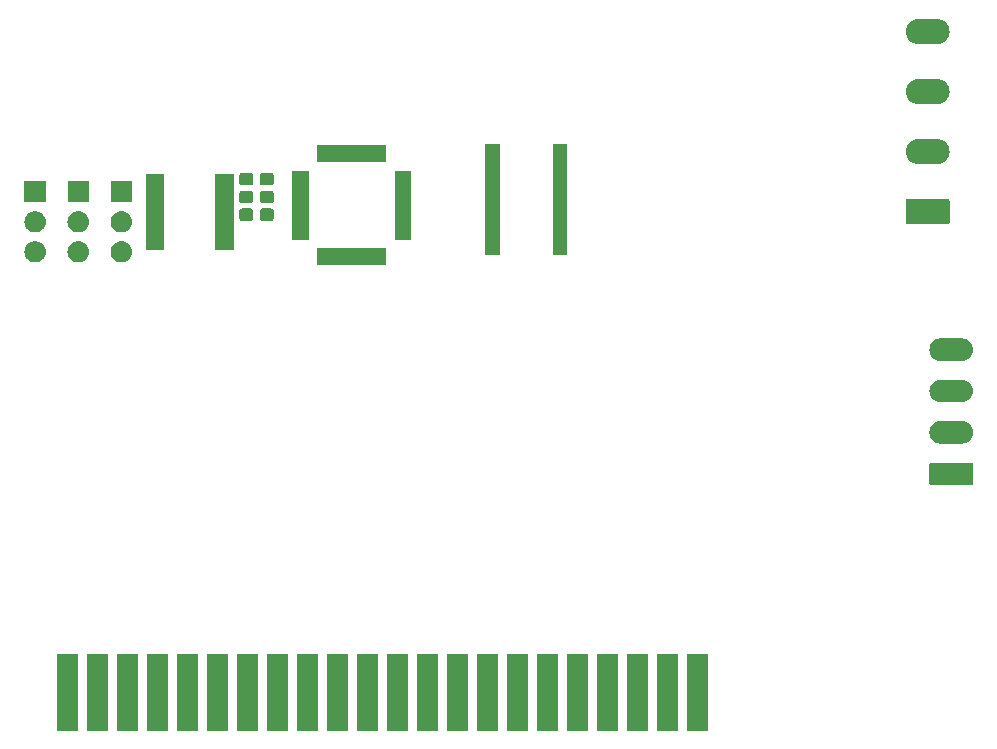
<source format=gbr>
G04 #@! TF.GenerationSoftware,KiCad,Pcbnew,5.0.2-bee76a0~70~ubuntu18.04.1*
G04 #@! TF.CreationDate,2019-10-20T22:12:44-04:00*
G04 #@! TF.ProjectId,Stepper Driver Card,53746570-7065-4722-9044-726976657220,rev?*
G04 #@! TF.SameCoordinates,Original*
G04 #@! TF.FileFunction,Soldermask,Top*
G04 #@! TF.FilePolarity,Negative*
%FSLAX46Y46*%
G04 Gerber Fmt 4.6, Leading zero omitted, Abs format (unit mm)*
G04 Created by KiCad (PCBNEW 5.0.2-bee76a0~70~ubuntu18.04.1) date Sun 20 Oct 2019 10:12:44 PM EDT*
%MOMM*%
%LPD*%
G01*
G04 APERTURE LIST*
%ADD10C,0.100000*%
G04 APERTURE END LIST*
D10*
G36*
X129146500Y-120345400D02*
X127393500Y-120345400D01*
X127393500Y-113893400D01*
X129146500Y-113893400D01*
X129146500Y-120345400D01*
X129146500Y-120345400D01*
G37*
G36*
X131686500Y-120345400D02*
X129933500Y-120345400D01*
X129933500Y-113893400D01*
X131686500Y-113893400D01*
X131686500Y-120345400D01*
X131686500Y-120345400D01*
G37*
G36*
X108826500Y-120345400D02*
X107073500Y-120345400D01*
X107073500Y-113893400D01*
X108826500Y-113893400D01*
X108826500Y-120345400D01*
X108826500Y-120345400D01*
G37*
G36*
X111366500Y-120345400D02*
X109613500Y-120345400D01*
X109613500Y-113893400D01*
X111366500Y-113893400D01*
X111366500Y-120345400D01*
X111366500Y-120345400D01*
G37*
G36*
X113906500Y-120345400D02*
X112153500Y-120345400D01*
X112153500Y-113893400D01*
X113906500Y-113893400D01*
X113906500Y-120345400D01*
X113906500Y-120345400D01*
G37*
G36*
X116446500Y-120345400D02*
X114693500Y-120345400D01*
X114693500Y-113893400D01*
X116446500Y-113893400D01*
X116446500Y-120345400D01*
X116446500Y-120345400D01*
G37*
G36*
X118986500Y-120345400D02*
X117233500Y-120345400D01*
X117233500Y-113893400D01*
X118986500Y-113893400D01*
X118986500Y-120345400D01*
X118986500Y-120345400D01*
G37*
G36*
X121526500Y-120345400D02*
X119773500Y-120345400D01*
X119773500Y-113893400D01*
X121526500Y-113893400D01*
X121526500Y-120345400D01*
X121526500Y-120345400D01*
G37*
G36*
X124066500Y-120345400D02*
X122313500Y-120345400D01*
X122313500Y-113893400D01*
X124066500Y-113893400D01*
X124066500Y-120345400D01*
X124066500Y-120345400D01*
G37*
G36*
X126606500Y-120345400D02*
X124853500Y-120345400D01*
X124853500Y-113893400D01*
X126606500Y-113893400D01*
X126606500Y-120345400D01*
X126606500Y-120345400D01*
G37*
G36*
X146926500Y-120345400D02*
X145173500Y-120345400D01*
X145173500Y-113893400D01*
X146926500Y-113893400D01*
X146926500Y-120345400D01*
X146926500Y-120345400D01*
G37*
G36*
X134226500Y-120345400D02*
X132473500Y-120345400D01*
X132473500Y-113893400D01*
X134226500Y-113893400D01*
X134226500Y-120345400D01*
X134226500Y-120345400D01*
G37*
G36*
X136766500Y-120345400D02*
X135013500Y-120345400D01*
X135013500Y-113893400D01*
X136766500Y-113893400D01*
X136766500Y-120345400D01*
X136766500Y-120345400D01*
G37*
G36*
X139306500Y-120345400D02*
X137553500Y-120345400D01*
X137553500Y-113893400D01*
X139306500Y-113893400D01*
X139306500Y-120345400D01*
X139306500Y-120345400D01*
G37*
G36*
X141846500Y-120345400D02*
X140093500Y-120345400D01*
X140093500Y-113893400D01*
X141846500Y-113893400D01*
X141846500Y-120345400D01*
X141846500Y-120345400D01*
G37*
G36*
X144386500Y-120345400D02*
X142633500Y-120345400D01*
X142633500Y-113893400D01*
X144386500Y-113893400D01*
X144386500Y-120345400D01*
X144386500Y-120345400D01*
G37*
G36*
X149466500Y-120345400D02*
X147713500Y-120345400D01*
X147713500Y-113893400D01*
X149466500Y-113893400D01*
X149466500Y-120345400D01*
X149466500Y-120345400D01*
G37*
G36*
X152006500Y-120345400D02*
X150253500Y-120345400D01*
X150253500Y-113893400D01*
X152006500Y-113893400D01*
X152006500Y-120345400D01*
X152006500Y-120345400D01*
G37*
G36*
X154546500Y-120345400D02*
X152793500Y-120345400D01*
X152793500Y-113893400D01*
X154546500Y-113893400D01*
X154546500Y-120345400D01*
X154546500Y-120345400D01*
G37*
G36*
X157086500Y-120345400D02*
X155333500Y-120345400D01*
X155333500Y-113893400D01*
X157086500Y-113893400D01*
X157086500Y-120345400D01*
X157086500Y-120345400D01*
G37*
G36*
X159626500Y-120345400D02*
X157873500Y-120345400D01*
X157873500Y-113893400D01*
X159626500Y-113893400D01*
X159626500Y-120345400D01*
X159626500Y-120345400D01*
G37*
G36*
X162166500Y-120345400D02*
X160413500Y-120345400D01*
X160413500Y-113893400D01*
X162166500Y-113893400D01*
X162166500Y-120345400D01*
X162166500Y-120345400D01*
G37*
G36*
X184510918Y-97652934D02*
X184543424Y-97662795D01*
X184573383Y-97678808D01*
X184599641Y-97700359D01*
X184621192Y-97726617D01*
X184637205Y-97756576D01*
X184647066Y-97789082D01*
X184651000Y-97829029D01*
X184651000Y-99370971D01*
X184647066Y-99410918D01*
X184637205Y-99443424D01*
X184621192Y-99473383D01*
X184599641Y-99499641D01*
X184573383Y-99521192D01*
X184543424Y-99537205D01*
X184510918Y-99547066D01*
X184470971Y-99551000D01*
X181129029Y-99551000D01*
X181089082Y-99547066D01*
X181056576Y-99537205D01*
X181026617Y-99521192D01*
X181000359Y-99499641D01*
X180978808Y-99473383D01*
X180962795Y-99443424D01*
X180952934Y-99410918D01*
X180949000Y-99370971D01*
X180949000Y-97829029D01*
X180952934Y-97789082D01*
X180962795Y-97756576D01*
X180978808Y-97726617D01*
X181000359Y-97700359D01*
X181026617Y-97678808D01*
X181056576Y-97662795D01*
X181089082Y-97652934D01*
X181129029Y-97649000D01*
X184470971Y-97649000D01*
X184510918Y-97652934D01*
X184510918Y-97652934D01*
G37*
G36*
X183886425Y-94162760D02*
X183886428Y-94162761D01*
X183886429Y-94162761D01*
X184065693Y-94217140D01*
X184065695Y-94217141D01*
X184230905Y-94305448D01*
X184375712Y-94424288D01*
X184494552Y-94569095D01*
X184582859Y-94734305D01*
X184637240Y-94913575D01*
X184655601Y-95100000D01*
X184637240Y-95286425D01*
X184582859Y-95465695D01*
X184494552Y-95630905D01*
X184375712Y-95775712D01*
X184230905Y-95894552D01*
X184230903Y-95894553D01*
X184065693Y-95982860D01*
X183886429Y-96037239D01*
X183886428Y-96037239D01*
X183886425Y-96037240D01*
X183746718Y-96051000D01*
X181853282Y-96051000D01*
X181713575Y-96037240D01*
X181713572Y-96037239D01*
X181713571Y-96037239D01*
X181534307Y-95982860D01*
X181369097Y-95894553D01*
X181369095Y-95894552D01*
X181224288Y-95775712D01*
X181105448Y-95630905D01*
X181017141Y-95465695D01*
X180962760Y-95286425D01*
X180944399Y-95100000D01*
X180962760Y-94913575D01*
X181017141Y-94734305D01*
X181105448Y-94569095D01*
X181224288Y-94424288D01*
X181369095Y-94305448D01*
X181534305Y-94217141D01*
X181534307Y-94217140D01*
X181713571Y-94162761D01*
X181713572Y-94162761D01*
X181713575Y-94162760D01*
X181853282Y-94149000D01*
X183746718Y-94149000D01*
X183886425Y-94162760D01*
X183886425Y-94162760D01*
G37*
G36*
X183886425Y-90662760D02*
X183886428Y-90662761D01*
X183886429Y-90662761D01*
X184065693Y-90717140D01*
X184065695Y-90717141D01*
X184230905Y-90805448D01*
X184375712Y-90924288D01*
X184494552Y-91069095D01*
X184582859Y-91234305D01*
X184637240Y-91413575D01*
X184655601Y-91600000D01*
X184637240Y-91786425D01*
X184582859Y-91965695D01*
X184494552Y-92130905D01*
X184375712Y-92275712D01*
X184230905Y-92394552D01*
X184230903Y-92394553D01*
X184065693Y-92482860D01*
X183886429Y-92537239D01*
X183886428Y-92537239D01*
X183886425Y-92537240D01*
X183746718Y-92551000D01*
X181853282Y-92551000D01*
X181713575Y-92537240D01*
X181713572Y-92537239D01*
X181713571Y-92537239D01*
X181534307Y-92482860D01*
X181369097Y-92394553D01*
X181369095Y-92394552D01*
X181224288Y-92275712D01*
X181105448Y-92130905D01*
X181017141Y-91965695D01*
X180962760Y-91786425D01*
X180944399Y-91600000D01*
X180962760Y-91413575D01*
X181017141Y-91234305D01*
X181105448Y-91069095D01*
X181224288Y-90924288D01*
X181369095Y-90805448D01*
X181534305Y-90717141D01*
X181534307Y-90717140D01*
X181713571Y-90662761D01*
X181713572Y-90662761D01*
X181713575Y-90662760D01*
X181853282Y-90649000D01*
X183746718Y-90649000D01*
X183886425Y-90662760D01*
X183886425Y-90662760D01*
G37*
G36*
X183886425Y-87162760D02*
X183886428Y-87162761D01*
X183886429Y-87162761D01*
X184065693Y-87217140D01*
X184065695Y-87217141D01*
X184230905Y-87305448D01*
X184375712Y-87424288D01*
X184494552Y-87569095D01*
X184582859Y-87734305D01*
X184637240Y-87913575D01*
X184655601Y-88100000D01*
X184637240Y-88286425D01*
X184582859Y-88465695D01*
X184494552Y-88630905D01*
X184375712Y-88775712D01*
X184230905Y-88894552D01*
X184230903Y-88894553D01*
X184065693Y-88982860D01*
X183886429Y-89037239D01*
X183886428Y-89037239D01*
X183886425Y-89037240D01*
X183746718Y-89051000D01*
X181853282Y-89051000D01*
X181713575Y-89037240D01*
X181713572Y-89037239D01*
X181713571Y-89037239D01*
X181534307Y-88982860D01*
X181369097Y-88894553D01*
X181369095Y-88894552D01*
X181224288Y-88775712D01*
X181105448Y-88630905D01*
X181017141Y-88465695D01*
X180962760Y-88286425D01*
X180944399Y-88100000D01*
X180962760Y-87913575D01*
X181017141Y-87734305D01*
X181105448Y-87569095D01*
X181224288Y-87424288D01*
X181369095Y-87305448D01*
X181534305Y-87217141D01*
X181534307Y-87217140D01*
X181713571Y-87162761D01*
X181713572Y-87162761D01*
X181713575Y-87162760D01*
X181853282Y-87149000D01*
X183746718Y-87149000D01*
X183886425Y-87162760D01*
X183886425Y-87162760D01*
G37*
G36*
X134971001Y-80906001D02*
X129119001Y-80906001D01*
X129119001Y-79504001D01*
X134971001Y-79504001D01*
X134971001Y-80906001D01*
X134971001Y-80906001D01*
G37*
G36*
X108985444Y-78900520D02*
X109051628Y-78907038D01*
X109164854Y-78941385D01*
X109221468Y-78958558D01*
X109360088Y-79032653D01*
X109377992Y-79042223D01*
X109413730Y-79071553D01*
X109515187Y-79154815D01*
X109598449Y-79256272D01*
X109627779Y-79292010D01*
X109627780Y-79292012D01*
X109711444Y-79448534D01*
X109711444Y-79448535D01*
X109762964Y-79618374D01*
X109780360Y-79795001D01*
X109762964Y-79971628D01*
X109728617Y-80084854D01*
X109711444Y-80141468D01*
X109637349Y-80280088D01*
X109627779Y-80297992D01*
X109598449Y-80333730D01*
X109515187Y-80435187D01*
X109413730Y-80518449D01*
X109377992Y-80547779D01*
X109377990Y-80547780D01*
X109221468Y-80631444D01*
X109164854Y-80648617D01*
X109051628Y-80682964D01*
X108985443Y-80689483D01*
X108919261Y-80696001D01*
X108830741Y-80696001D01*
X108764559Y-80689483D01*
X108698374Y-80682964D01*
X108585148Y-80648617D01*
X108528534Y-80631444D01*
X108372012Y-80547780D01*
X108372010Y-80547779D01*
X108336272Y-80518449D01*
X108234815Y-80435187D01*
X108151553Y-80333730D01*
X108122223Y-80297992D01*
X108112653Y-80280088D01*
X108038558Y-80141468D01*
X108021385Y-80084854D01*
X107987038Y-79971628D01*
X107969642Y-79795001D01*
X107987038Y-79618374D01*
X108038558Y-79448535D01*
X108038558Y-79448534D01*
X108122222Y-79292012D01*
X108122223Y-79292010D01*
X108151553Y-79256272D01*
X108234815Y-79154815D01*
X108336272Y-79071553D01*
X108372010Y-79042223D01*
X108389914Y-79032653D01*
X108528534Y-78958558D01*
X108585148Y-78941385D01*
X108698374Y-78907038D01*
X108764558Y-78900520D01*
X108830741Y-78894001D01*
X108919261Y-78894001D01*
X108985444Y-78900520D01*
X108985444Y-78900520D01*
G37*
G36*
X105335444Y-78900520D02*
X105401628Y-78907038D01*
X105514854Y-78941385D01*
X105571468Y-78958558D01*
X105710088Y-79032653D01*
X105727992Y-79042223D01*
X105763730Y-79071553D01*
X105865187Y-79154815D01*
X105948449Y-79256272D01*
X105977779Y-79292010D01*
X105977780Y-79292012D01*
X106061444Y-79448534D01*
X106061444Y-79448535D01*
X106112964Y-79618374D01*
X106130360Y-79795001D01*
X106112964Y-79971628D01*
X106078617Y-80084854D01*
X106061444Y-80141468D01*
X105987349Y-80280088D01*
X105977779Y-80297992D01*
X105948449Y-80333730D01*
X105865187Y-80435187D01*
X105763730Y-80518449D01*
X105727992Y-80547779D01*
X105727990Y-80547780D01*
X105571468Y-80631444D01*
X105514854Y-80648617D01*
X105401628Y-80682964D01*
X105335443Y-80689483D01*
X105269261Y-80696001D01*
X105180741Y-80696001D01*
X105114559Y-80689483D01*
X105048374Y-80682964D01*
X104935148Y-80648617D01*
X104878534Y-80631444D01*
X104722012Y-80547780D01*
X104722010Y-80547779D01*
X104686272Y-80518449D01*
X104584815Y-80435187D01*
X104501553Y-80333730D01*
X104472223Y-80297992D01*
X104462653Y-80280088D01*
X104388558Y-80141468D01*
X104371385Y-80084854D01*
X104337038Y-79971628D01*
X104319642Y-79795001D01*
X104337038Y-79618374D01*
X104388558Y-79448535D01*
X104388558Y-79448534D01*
X104472222Y-79292012D01*
X104472223Y-79292010D01*
X104501553Y-79256272D01*
X104584815Y-79154815D01*
X104686272Y-79071553D01*
X104722010Y-79042223D01*
X104739914Y-79032653D01*
X104878534Y-78958558D01*
X104935148Y-78941385D01*
X105048374Y-78907038D01*
X105114558Y-78900520D01*
X105180741Y-78894001D01*
X105269261Y-78894001D01*
X105335444Y-78900520D01*
X105335444Y-78900520D01*
G37*
G36*
X112635444Y-78900520D02*
X112701628Y-78907038D01*
X112814854Y-78941385D01*
X112871468Y-78958558D01*
X113010088Y-79032653D01*
X113027992Y-79042223D01*
X113063730Y-79071553D01*
X113165187Y-79154815D01*
X113248449Y-79256272D01*
X113277779Y-79292010D01*
X113277780Y-79292012D01*
X113361444Y-79448534D01*
X113361444Y-79448535D01*
X113412964Y-79618374D01*
X113430360Y-79795001D01*
X113412964Y-79971628D01*
X113378617Y-80084854D01*
X113361444Y-80141468D01*
X113287349Y-80280088D01*
X113277779Y-80297992D01*
X113248449Y-80333730D01*
X113165187Y-80435187D01*
X113063730Y-80518449D01*
X113027992Y-80547779D01*
X113027990Y-80547780D01*
X112871468Y-80631444D01*
X112814854Y-80648617D01*
X112701628Y-80682964D01*
X112635443Y-80689483D01*
X112569261Y-80696001D01*
X112480741Y-80696001D01*
X112414559Y-80689483D01*
X112348374Y-80682964D01*
X112235148Y-80648617D01*
X112178534Y-80631444D01*
X112022012Y-80547780D01*
X112022010Y-80547779D01*
X111986272Y-80518449D01*
X111884815Y-80435187D01*
X111801553Y-80333730D01*
X111772223Y-80297992D01*
X111762653Y-80280088D01*
X111688558Y-80141468D01*
X111671385Y-80084854D01*
X111637038Y-79971628D01*
X111619642Y-79795001D01*
X111637038Y-79618374D01*
X111688558Y-79448535D01*
X111688558Y-79448534D01*
X111772222Y-79292012D01*
X111772223Y-79292010D01*
X111801553Y-79256272D01*
X111884815Y-79154815D01*
X111986272Y-79071553D01*
X112022010Y-79042223D01*
X112039914Y-79032653D01*
X112178534Y-78958558D01*
X112235148Y-78941385D01*
X112348374Y-78907038D01*
X112414558Y-78900520D01*
X112480741Y-78894001D01*
X112569261Y-78894001D01*
X112635444Y-78900520D01*
X112635444Y-78900520D01*
G37*
G36*
X150251000Y-80093500D02*
X149049000Y-80093500D01*
X149049000Y-70706500D01*
X150251000Y-70706500D01*
X150251000Y-80093500D01*
X150251000Y-80093500D01*
G37*
G36*
X144551000Y-80093500D02*
X143349000Y-80093500D01*
X143349000Y-70706500D01*
X144551000Y-70706500D01*
X144551000Y-80093500D01*
X144551000Y-80093500D01*
G37*
G36*
X116151001Y-79666001D02*
X114599001Y-79666001D01*
X114599001Y-73264001D01*
X116151001Y-73264001D01*
X116151001Y-79666001D01*
X116151001Y-79666001D01*
G37*
G36*
X122051001Y-79666001D02*
X120499001Y-79666001D01*
X120499001Y-73264001D01*
X122051001Y-73264001D01*
X122051001Y-79666001D01*
X122051001Y-79666001D01*
G37*
G36*
X128396001Y-78781001D02*
X126994001Y-78781001D01*
X126994001Y-72929001D01*
X128396001Y-72929001D01*
X128396001Y-78781001D01*
X128396001Y-78781001D01*
G37*
G36*
X137096001Y-78781001D02*
X135694001Y-78781001D01*
X135694001Y-72929001D01*
X137096001Y-72929001D01*
X137096001Y-78781001D01*
X137096001Y-78781001D01*
G37*
G36*
X105335443Y-76360519D02*
X105401628Y-76367038D01*
X105514854Y-76401385D01*
X105571468Y-76418558D01*
X105710088Y-76492653D01*
X105727992Y-76502223D01*
X105742343Y-76514001D01*
X105865187Y-76614815D01*
X105940430Y-76706500D01*
X105977779Y-76752010D01*
X105977780Y-76752012D01*
X106061444Y-76908534D01*
X106061444Y-76908535D01*
X106112964Y-77078374D01*
X106130360Y-77255001D01*
X106112964Y-77431628D01*
X106078617Y-77544854D01*
X106061444Y-77601468D01*
X106005302Y-77706500D01*
X105977779Y-77757992D01*
X105958896Y-77781001D01*
X105865187Y-77895187D01*
X105763730Y-77978449D01*
X105727992Y-78007779D01*
X105727990Y-78007780D01*
X105571468Y-78091444D01*
X105514854Y-78108617D01*
X105401628Y-78142964D01*
X105335444Y-78149482D01*
X105269261Y-78156001D01*
X105180741Y-78156001D01*
X105114558Y-78149482D01*
X105048374Y-78142964D01*
X104935148Y-78108617D01*
X104878534Y-78091444D01*
X104722012Y-78007780D01*
X104722010Y-78007779D01*
X104686272Y-77978449D01*
X104584815Y-77895187D01*
X104491106Y-77781001D01*
X104472223Y-77757992D01*
X104444700Y-77706500D01*
X104388558Y-77601468D01*
X104371385Y-77544854D01*
X104337038Y-77431628D01*
X104319642Y-77255001D01*
X104337038Y-77078374D01*
X104388558Y-76908535D01*
X104388558Y-76908534D01*
X104472222Y-76752012D01*
X104472223Y-76752010D01*
X104509572Y-76706500D01*
X104584815Y-76614815D01*
X104707659Y-76514001D01*
X104722010Y-76502223D01*
X104739914Y-76492653D01*
X104878534Y-76418558D01*
X104935148Y-76401385D01*
X105048374Y-76367038D01*
X105114559Y-76360519D01*
X105180741Y-76354001D01*
X105269261Y-76354001D01*
X105335443Y-76360519D01*
X105335443Y-76360519D01*
G37*
G36*
X108985443Y-76360519D02*
X109051628Y-76367038D01*
X109164854Y-76401385D01*
X109221468Y-76418558D01*
X109360088Y-76492653D01*
X109377992Y-76502223D01*
X109392343Y-76514001D01*
X109515187Y-76614815D01*
X109590430Y-76706500D01*
X109627779Y-76752010D01*
X109627780Y-76752012D01*
X109711444Y-76908534D01*
X109711444Y-76908535D01*
X109762964Y-77078374D01*
X109780360Y-77255001D01*
X109762964Y-77431628D01*
X109728617Y-77544854D01*
X109711444Y-77601468D01*
X109655302Y-77706500D01*
X109627779Y-77757992D01*
X109608896Y-77781001D01*
X109515187Y-77895187D01*
X109413730Y-77978449D01*
X109377992Y-78007779D01*
X109377990Y-78007780D01*
X109221468Y-78091444D01*
X109164854Y-78108617D01*
X109051628Y-78142964D01*
X108985444Y-78149482D01*
X108919261Y-78156001D01*
X108830741Y-78156001D01*
X108764558Y-78149482D01*
X108698374Y-78142964D01*
X108585148Y-78108617D01*
X108528534Y-78091444D01*
X108372012Y-78007780D01*
X108372010Y-78007779D01*
X108336272Y-77978449D01*
X108234815Y-77895187D01*
X108141106Y-77781001D01*
X108122223Y-77757992D01*
X108094700Y-77706500D01*
X108038558Y-77601468D01*
X108021385Y-77544854D01*
X107987038Y-77431628D01*
X107969642Y-77255001D01*
X107987038Y-77078374D01*
X108038558Y-76908535D01*
X108038558Y-76908534D01*
X108122222Y-76752012D01*
X108122223Y-76752010D01*
X108159572Y-76706500D01*
X108234815Y-76614815D01*
X108357659Y-76514001D01*
X108372010Y-76502223D01*
X108389914Y-76492653D01*
X108528534Y-76418558D01*
X108585148Y-76401385D01*
X108698374Y-76367038D01*
X108764559Y-76360519D01*
X108830741Y-76354001D01*
X108919261Y-76354001D01*
X108985443Y-76360519D01*
X108985443Y-76360519D01*
G37*
G36*
X112635443Y-76360519D02*
X112701628Y-76367038D01*
X112814854Y-76401385D01*
X112871468Y-76418558D01*
X113010088Y-76492653D01*
X113027992Y-76502223D01*
X113042343Y-76514001D01*
X113165187Y-76614815D01*
X113240430Y-76706500D01*
X113277779Y-76752010D01*
X113277780Y-76752012D01*
X113361444Y-76908534D01*
X113361444Y-76908535D01*
X113412964Y-77078374D01*
X113430360Y-77255001D01*
X113412964Y-77431628D01*
X113378617Y-77544854D01*
X113361444Y-77601468D01*
X113305302Y-77706500D01*
X113277779Y-77757992D01*
X113258896Y-77781001D01*
X113165187Y-77895187D01*
X113063730Y-77978449D01*
X113027992Y-78007779D01*
X113027990Y-78007780D01*
X112871468Y-78091444D01*
X112814854Y-78108617D01*
X112701628Y-78142964D01*
X112635444Y-78149482D01*
X112569261Y-78156001D01*
X112480741Y-78156001D01*
X112414558Y-78149482D01*
X112348374Y-78142964D01*
X112235148Y-78108617D01*
X112178534Y-78091444D01*
X112022012Y-78007780D01*
X112022010Y-78007779D01*
X111986272Y-77978449D01*
X111884815Y-77895187D01*
X111791106Y-77781001D01*
X111772223Y-77757992D01*
X111744700Y-77706500D01*
X111688558Y-77601468D01*
X111671385Y-77544854D01*
X111637038Y-77431628D01*
X111619642Y-77255001D01*
X111637038Y-77078374D01*
X111688558Y-76908535D01*
X111688558Y-76908534D01*
X111772222Y-76752012D01*
X111772223Y-76752010D01*
X111809572Y-76706500D01*
X111884815Y-76614815D01*
X112007659Y-76514001D01*
X112022010Y-76502223D01*
X112039914Y-76492653D01*
X112178534Y-76418558D01*
X112235148Y-76401385D01*
X112348374Y-76367038D01*
X112414559Y-76360519D01*
X112480741Y-76354001D01*
X112569261Y-76354001D01*
X112635443Y-76360519D01*
X112635443Y-76360519D01*
G37*
G36*
X182516216Y-75312808D02*
X182547491Y-75322295D01*
X182576309Y-75337698D01*
X182601570Y-75358430D01*
X182622302Y-75383691D01*
X182637705Y-75412509D01*
X182647192Y-75443784D01*
X182651000Y-75482447D01*
X182651000Y-77317553D01*
X182647192Y-77356216D01*
X182637705Y-77387491D01*
X182622302Y-77416309D01*
X182601570Y-77441570D01*
X182576309Y-77462302D01*
X182547491Y-77477705D01*
X182516216Y-77487192D01*
X182477553Y-77491000D01*
X179122447Y-77491000D01*
X179083784Y-77487192D01*
X179052509Y-77477705D01*
X179023691Y-77462302D01*
X178998430Y-77441570D01*
X178977698Y-77416309D01*
X178962295Y-77387491D01*
X178952808Y-77356216D01*
X178949000Y-77317553D01*
X178949000Y-75482447D01*
X178952808Y-75443784D01*
X178962295Y-75412509D01*
X178977698Y-75383691D01*
X178998430Y-75358430D01*
X179023691Y-75337698D01*
X179052509Y-75322295D01*
X179083784Y-75312808D01*
X179122447Y-75309000D01*
X182477553Y-75309000D01*
X182516216Y-75312808D01*
X182516216Y-75312808D01*
G37*
G36*
X125264500Y-76143446D02*
X125301994Y-76154820D01*
X125336558Y-76173295D01*
X125366848Y-76198154D01*
X125391707Y-76228444D01*
X125410182Y-76263008D01*
X125421556Y-76300502D01*
X125426001Y-76345639D01*
X125426001Y-76984363D01*
X125421556Y-77029500D01*
X125410182Y-77066994D01*
X125391707Y-77101558D01*
X125366848Y-77131848D01*
X125336558Y-77156707D01*
X125301994Y-77175182D01*
X125264500Y-77186556D01*
X125219363Y-77191001D01*
X124480639Y-77191001D01*
X124435502Y-77186556D01*
X124398008Y-77175182D01*
X124363444Y-77156707D01*
X124333154Y-77131848D01*
X124308295Y-77101558D01*
X124289820Y-77066994D01*
X124278446Y-77029500D01*
X124274001Y-76984363D01*
X124274001Y-76345639D01*
X124278446Y-76300502D01*
X124289820Y-76263008D01*
X124308295Y-76228444D01*
X124333154Y-76198154D01*
X124363444Y-76173295D01*
X124398008Y-76154820D01*
X124435502Y-76143446D01*
X124480639Y-76139001D01*
X125219363Y-76139001D01*
X125264500Y-76143446D01*
X125264500Y-76143446D01*
G37*
G36*
X123514500Y-76143446D02*
X123551994Y-76154820D01*
X123586558Y-76173295D01*
X123616848Y-76198154D01*
X123641707Y-76228444D01*
X123660182Y-76263008D01*
X123671556Y-76300502D01*
X123676001Y-76345639D01*
X123676001Y-76984363D01*
X123671556Y-77029500D01*
X123660182Y-77066994D01*
X123641707Y-77101558D01*
X123616848Y-77131848D01*
X123586558Y-77156707D01*
X123551994Y-77175182D01*
X123514500Y-77186556D01*
X123469363Y-77191001D01*
X122730639Y-77191001D01*
X122685502Y-77186556D01*
X122648008Y-77175182D01*
X122613444Y-77156707D01*
X122583154Y-77131848D01*
X122558295Y-77101558D01*
X122539820Y-77066994D01*
X122528446Y-77029500D01*
X122524001Y-76984363D01*
X122524001Y-76345639D01*
X122528446Y-76300502D01*
X122539820Y-76263008D01*
X122558295Y-76228444D01*
X122583154Y-76198154D01*
X122613444Y-76173295D01*
X122648008Y-76154820D01*
X122685502Y-76143446D01*
X122730639Y-76139001D01*
X123469363Y-76139001D01*
X123514500Y-76143446D01*
X123514500Y-76143446D01*
G37*
G36*
X123514500Y-74633446D02*
X123551994Y-74644820D01*
X123586558Y-74663295D01*
X123616848Y-74688154D01*
X123641707Y-74718444D01*
X123660182Y-74753008D01*
X123671556Y-74790502D01*
X123676001Y-74835639D01*
X123676001Y-75474363D01*
X123671556Y-75519500D01*
X123660182Y-75556994D01*
X123641707Y-75591558D01*
X123616848Y-75621848D01*
X123586558Y-75646707D01*
X123551994Y-75665182D01*
X123514500Y-75676556D01*
X123469363Y-75681001D01*
X122730639Y-75681001D01*
X122685502Y-75676556D01*
X122648008Y-75665182D01*
X122613444Y-75646707D01*
X122583154Y-75621848D01*
X122558295Y-75591558D01*
X122539820Y-75556994D01*
X122528446Y-75519500D01*
X122524001Y-75474363D01*
X122524001Y-74835639D01*
X122528446Y-74790502D01*
X122539820Y-74753008D01*
X122558295Y-74718444D01*
X122583154Y-74688154D01*
X122613444Y-74663295D01*
X122648008Y-74644820D01*
X122685502Y-74633446D01*
X122730639Y-74629001D01*
X123469363Y-74629001D01*
X123514500Y-74633446D01*
X123514500Y-74633446D01*
G37*
G36*
X125264500Y-74633446D02*
X125301994Y-74644820D01*
X125336558Y-74663295D01*
X125366848Y-74688154D01*
X125391707Y-74718444D01*
X125410182Y-74753008D01*
X125421556Y-74790502D01*
X125426001Y-74835639D01*
X125426001Y-75474363D01*
X125421556Y-75519500D01*
X125410182Y-75556994D01*
X125391707Y-75591558D01*
X125366848Y-75621848D01*
X125336558Y-75646707D01*
X125301994Y-75665182D01*
X125264500Y-75676556D01*
X125219363Y-75681001D01*
X124480639Y-75681001D01*
X124435502Y-75676556D01*
X124398008Y-75665182D01*
X124363444Y-75646707D01*
X124333154Y-75621848D01*
X124308295Y-75591558D01*
X124289820Y-75556994D01*
X124278446Y-75519500D01*
X124274001Y-75474363D01*
X124274001Y-74835639D01*
X124278446Y-74790502D01*
X124289820Y-74753008D01*
X124308295Y-74718444D01*
X124333154Y-74688154D01*
X124363444Y-74663295D01*
X124398008Y-74644820D01*
X124435502Y-74633446D01*
X124480639Y-74629001D01*
X125219363Y-74629001D01*
X125264500Y-74633446D01*
X125264500Y-74633446D01*
G37*
G36*
X109776001Y-75616001D02*
X107974001Y-75616001D01*
X107974001Y-73814001D01*
X109776001Y-73814001D01*
X109776001Y-75616001D01*
X109776001Y-75616001D01*
G37*
G36*
X113426001Y-75616001D02*
X111624001Y-75616001D01*
X111624001Y-73814001D01*
X113426001Y-73814001D01*
X113426001Y-75616001D01*
X113426001Y-75616001D01*
G37*
G36*
X106126001Y-75616001D02*
X104324001Y-75616001D01*
X104324001Y-73814001D01*
X106126001Y-73814001D01*
X106126001Y-75616001D01*
X106126001Y-75616001D01*
G37*
G36*
X125264500Y-73123446D02*
X125301994Y-73134820D01*
X125336558Y-73153295D01*
X125366848Y-73178154D01*
X125391707Y-73208444D01*
X125410182Y-73243008D01*
X125421556Y-73280502D01*
X125426001Y-73325639D01*
X125426001Y-73964363D01*
X125421556Y-74009500D01*
X125410182Y-74046994D01*
X125391707Y-74081558D01*
X125366848Y-74111848D01*
X125336558Y-74136707D01*
X125301994Y-74155182D01*
X125264500Y-74166556D01*
X125219363Y-74171001D01*
X124480639Y-74171001D01*
X124435502Y-74166556D01*
X124398008Y-74155182D01*
X124363444Y-74136707D01*
X124333154Y-74111848D01*
X124308295Y-74081558D01*
X124289820Y-74046994D01*
X124278446Y-74009500D01*
X124274001Y-73964363D01*
X124274001Y-73325639D01*
X124278446Y-73280502D01*
X124289820Y-73243008D01*
X124308295Y-73208444D01*
X124333154Y-73178154D01*
X124363444Y-73153295D01*
X124398008Y-73134820D01*
X124435502Y-73123446D01*
X124480639Y-73119001D01*
X125219363Y-73119001D01*
X125264500Y-73123446D01*
X125264500Y-73123446D01*
G37*
G36*
X123514500Y-73123446D02*
X123551994Y-73134820D01*
X123586558Y-73153295D01*
X123616848Y-73178154D01*
X123641707Y-73208444D01*
X123660182Y-73243008D01*
X123671556Y-73280502D01*
X123676001Y-73325639D01*
X123676001Y-73964363D01*
X123671556Y-74009500D01*
X123660182Y-74046994D01*
X123641707Y-74081558D01*
X123616848Y-74111848D01*
X123586558Y-74136707D01*
X123551994Y-74155182D01*
X123514500Y-74166556D01*
X123469363Y-74171001D01*
X122730639Y-74171001D01*
X122685502Y-74166556D01*
X122648008Y-74155182D01*
X122613444Y-74136707D01*
X122583154Y-74111848D01*
X122558295Y-74081558D01*
X122539820Y-74046994D01*
X122528446Y-74009500D01*
X122524001Y-73964363D01*
X122524001Y-73325639D01*
X122528446Y-73280502D01*
X122539820Y-73243008D01*
X122558295Y-73208444D01*
X122583154Y-73178154D01*
X122613444Y-73153295D01*
X122648008Y-73134820D01*
X122685502Y-73123446D01*
X122730639Y-73119001D01*
X123469363Y-73119001D01*
X123514500Y-73123446D01*
X123514500Y-73123446D01*
G37*
G36*
X181773870Y-70244786D02*
X181773873Y-70244787D01*
X181979527Y-70307171D01*
X181979529Y-70307172D01*
X181979532Y-70307173D01*
X182169060Y-70408477D01*
X182335186Y-70544814D01*
X182471523Y-70710940D01*
X182572827Y-70900468D01*
X182635214Y-71106130D01*
X182656278Y-71320000D01*
X182635214Y-71533870D01*
X182635213Y-71533873D01*
X182582848Y-71706500D01*
X182572827Y-71739532D01*
X182471523Y-71929060D01*
X182335186Y-72095186D01*
X182169060Y-72231523D01*
X181979532Y-72332827D01*
X181979529Y-72332828D01*
X181979527Y-72332829D01*
X181806147Y-72385423D01*
X181773870Y-72395214D01*
X181613592Y-72411000D01*
X179986408Y-72411000D01*
X179826130Y-72395214D01*
X179793853Y-72385423D01*
X179620473Y-72332829D01*
X179620471Y-72332828D01*
X179620468Y-72332827D01*
X179430940Y-72231523D01*
X179264814Y-72095186D01*
X179128477Y-71929060D01*
X179027173Y-71739532D01*
X179017153Y-71706500D01*
X178964787Y-71533873D01*
X178964786Y-71533870D01*
X178943722Y-71320000D01*
X178964786Y-71106130D01*
X179027173Y-70900468D01*
X179128477Y-70710940D01*
X179264814Y-70544814D01*
X179430940Y-70408477D01*
X179620468Y-70307173D01*
X179620471Y-70307172D01*
X179620473Y-70307171D01*
X179826127Y-70244787D01*
X179826130Y-70244786D01*
X179986408Y-70229000D01*
X181613592Y-70229000D01*
X181773870Y-70244786D01*
X181773870Y-70244786D01*
G37*
G36*
X134971001Y-72206001D02*
X129119001Y-72206001D01*
X129119001Y-70804001D01*
X134971001Y-70804001D01*
X134971001Y-72206001D01*
X134971001Y-72206001D01*
G37*
G36*
X181773870Y-65164786D02*
X181773873Y-65164787D01*
X181979527Y-65227171D01*
X181979529Y-65227172D01*
X181979532Y-65227173D01*
X182169060Y-65328477D01*
X182335186Y-65464814D01*
X182471523Y-65630940D01*
X182572827Y-65820468D01*
X182635214Y-66026130D01*
X182656278Y-66240000D01*
X182635214Y-66453870D01*
X182572827Y-66659532D01*
X182471523Y-66849060D01*
X182335186Y-67015186D01*
X182169060Y-67151523D01*
X181979532Y-67252827D01*
X181979529Y-67252828D01*
X181979527Y-67252829D01*
X181806147Y-67305423D01*
X181773870Y-67315214D01*
X181613592Y-67331000D01*
X179986408Y-67331000D01*
X179826130Y-67315214D01*
X179793853Y-67305423D01*
X179620473Y-67252829D01*
X179620471Y-67252828D01*
X179620468Y-67252827D01*
X179430940Y-67151523D01*
X179264814Y-67015186D01*
X179128477Y-66849060D01*
X179027173Y-66659532D01*
X178964786Y-66453870D01*
X178943722Y-66240000D01*
X178964786Y-66026130D01*
X179027173Y-65820468D01*
X179128477Y-65630940D01*
X179264814Y-65464814D01*
X179430940Y-65328477D01*
X179620468Y-65227173D01*
X179620471Y-65227172D01*
X179620473Y-65227171D01*
X179826127Y-65164787D01*
X179826130Y-65164786D01*
X179986408Y-65149000D01*
X181613592Y-65149000D01*
X181773870Y-65164786D01*
X181773870Y-65164786D01*
G37*
G36*
X181773870Y-60084786D02*
X181773873Y-60084787D01*
X181979527Y-60147171D01*
X181979529Y-60147172D01*
X181979532Y-60147173D01*
X182169060Y-60248477D01*
X182335186Y-60384814D01*
X182471523Y-60550940D01*
X182572827Y-60740468D01*
X182635214Y-60946130D01*
X182656278Y-61160000D01*
X182635214Y-61373870D01*
X182572827Y-61579532D01*
X182471523Y-61769060D01*
X182335186Y-61935186D01*
X182169060Y-62071523D01*
X181979532Y-62172827D01*
X181979529Y-62172828D01*
X181979527Y-62172829D01*
X181806147Y-62225423D01*
X181773870Y-62235214D01*
X181613592Y-62251000D01*
X179986408Y-62251000D01*
X179826130Y-62235214D01*
X179793853Y-62225423D01*
X179620473Y-62172829D01*
X179620471Y-62172828D01*
X179620468Y-62172827D01*
X179430940Y-62071523D01*
X179264814Y-61935186D01*
X179128477Y-61769060D01*
X179027173Y-61579532D01*
X178964786Y-61373870D01*
X178943722Y-61160000D01*
X178964786Y-60946130D01*
X179027173Y-60740468D01*
X179128477Y-60550940D01*
X179264814Y-60384814D01*
X179430940Y-60248477D01*
X179620468Y-60147173D01*
X179620471Y-60147172D01*
X179620473Y-60147171D01*
X179826127Y-60084787D01*
X179826130Y-60084786D01*
X179986408Y-60069000D01*
X181613592Y-60069000D01*
X181773870Y-60084786D01*
X181773870Y-60084786D01*
G37*
M02*

</source>
